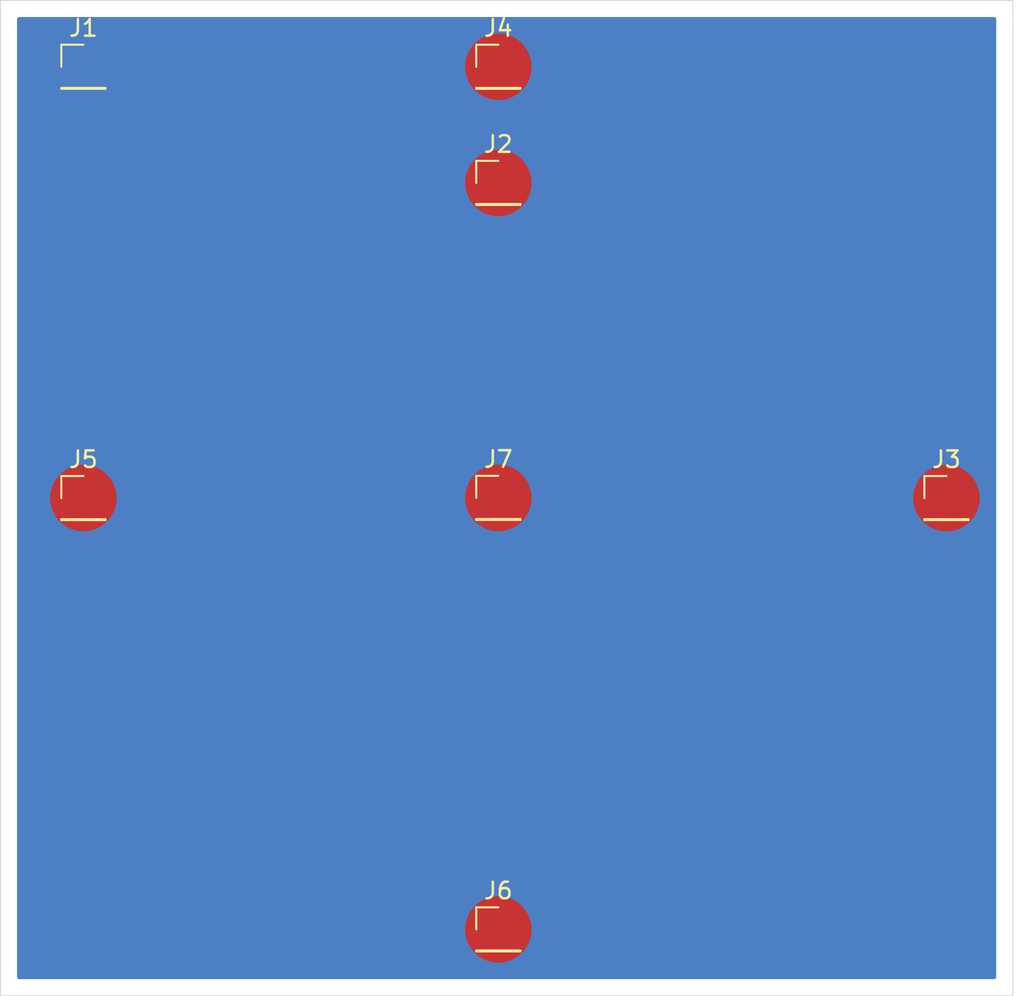
<source format=kicad_pcb>
(kicad_pcb (version 20211014) (generator pcbnew)
  (layers (0 "F.Cu" signal) (31 "B.Cu" signal) (34 "B.Paste" user) (35 "F.Paste" user) (36 "B.SilkS" user "B.Silkscreen") (37 "F.SilkS" user "F.Silkscreen") (38 "B.Mask" user) (39 "F.Mask" user) (44 "Edge.Cuts" user))
  (net 0 "")
  (net 1 "GND")
  (net 2 "E1")
  (net 3 "S1")
  (net 4 "S3")
  (net 5 "S2")
  (net 6 "S4")
  (net 7 "S0")
  (footprint "Connector_PinHeader_2.54mm:PinHeader_1x01_P2.54mm_Vertical" (layer "F.Cu") (at 127 61)
    (fp_text reference "J4" (at 0 -2.33) (layer "F.SilkS"))
    (fp_text value "Conn_01x01")
    (fp_line (start -1.33 1.33) (end 1.33 1.33) (layer "F.SilkS") (width 0.12))
    (fp_line (start -1.33 1.27) (end -1.33 1.33) (layer "F.SilkS") (width 0.12))
    (fp_line (start -1.33 0) (end -1.33 -1.33) (layer "F.SilkS") (width 0.12))
    (fp_line (start -1.33 1.27) (end 1.33 1.27) (layer "F.SilkS") (width 0.12))
    (fp_line (start 1.33 1.27) (end 1.33 1.33) (layer "F.SilkS") (width 0.12))
    (fp_line (start -1.33 -1.33) (end 0 -1.33) (layer "F.SilkS") (width 0.12))
    (pad "1" thru_hole rect (at 0 0) (size 0.001 0.001) (drill 1) (layers *.Cu *.Mask) (net 4 "S3"))
  )
  (footprint "Connector_PinHeader_2.54mm:PinHeader_1x01_P2.54mm_Vertical" (layer "F.Cu") (at 102 87)
    (fp_text reference "J5" (at 0 -2.33) (layer "F.SilkS"))
    (fp_text value "Conn_01x01")
    (fp_line (start -1.33 1.33) (end 1.33 1.33) (layer "F.SilkS") (width 0.12))
    (fp_line (start 1.33 1.27) (end 1.33 1.33) (layer "F.SilkS") (width 0.12))
    (fp_line (start -1.33 -1.33) (end 0 -1.33) (layer "F.SilkS") (width 0.12))
    (fp_line (start -1.33 1.27) (end 1.33 1.27) (layer "F.SilkS") (width 0.12))
    (fp_line (start -1.33 1.27) (end -1.33 1.33) (layer "F.SilkS") (width 0.12))
    (fp_line (start -1.33 0) (end -1.33 -1.33) (layer "F.SilkS") (width 0.12))
    (pad "1" thru_hole rect (at 0 0) (size 0.001 0.001) (drill 1) (layers *.Cu *.Mask) (net 5 "S2"))
  )
  (footprint "Connector_PinHeader_2.54mm:PinHeader_1x01_P2.54mm_Vertical" (layer "F.Cu") (at 127 68)
    (fp_text reference "J2" (at 0 -2.33) (layer "F.SilkS"))
    (fp_text value "Conn_01x01")
    (fp_line (start -1.33 1.27) (end -1.33 1.33) (layer "F.SilkS") (width 0.12))
    (fp_line (start -1.33 -1.33) (end 0 -1.33) (layer "F.SilkS") (width 0.12))
    (fp_line (start 1.33 1.27) (end 1.33 1.33) (layer "F.SilkS") (width 0.12))
    (fp_line (start -1.33 0) (end -1.33 -1.33) (layer "F.SilkS") (width 0.12))
    (fp_line (start -1.33 1.33) (end 1.33 1.33) (layer "F.SilkS") (width 0.12))
    (fp_line (start -1.33 1.27) (end 1.33 1.27) (layer "F.SilkS") (width 0.12))
    (pad "1" thru_hole rect (at 0 0) (size 0.001 0.001) (drill 1) (layers *.Cu *.Mask) (net 2 "E1"))
  )
  (footprint "Connector_PinHeader_2.54mm:PinHeader_1x01_P2.54mm_Vertical" (layer "F.Cu") (at 127 86.988394)
    (fp_text reference "J7" (at 0 -2.33) (layer "F.SilkS"))
    (fp_text value "Conn_01x01")
    (fp_line (start -1.33 1.27) (end 1.33 1.27) (layer "F.SilkS") (width 0.12))
    (fp_line (start -1.33 0) (end -1.33 -1.33) (layer "F.SilkS") (width 0.12))
    (fp_line (start -1.33 -1.33) (end 0 -1.33) (layer "F.SilkS") (width 0.12))
    (fp_line (start -1.33 1.33) (end 1.33 1.33) (layer "F.SilkS") (width 0.12))
    (fp_line (start -1.33 1.27) (end -1.33 1.33) (layer "F.SilkS") (width 0.12))
    (fp_line (start 1.33 1.27) (end 1.33 1.33) (layer "F.SilkS") (width 0.12))
    (pad "1" thru_hole rect (at 0 0) (size 0.001 0.001) (drill 1) (layers *.Cu *.Mask) (net 7 "S0"))
  )
  (footprint "Connector_PinHeader_2.54mm:PinHeader_1x01_P2.54mm_Vertical" (layer "F.Cu") (at 127 113)
    (fp_text reference "J6" (at 0 -2.33) (layer "F.SilkS"))
    (fp_text value "Conn_01x01")
    (fp_line (start -1.33 1.27) (end -1.33 1.33) (layer "F.SilkS") (width 0.12))
    (fp_line (start -1.33 0) (end -1.33 -1.33) (layer "F.SilkS") (width 0.12))
    (fp_line (start -1.33 1.27) (end 1.33 1.27) (layer "F.SilkS") (width 0.12))
    (fp_line (start 1.33 1.27) (end 1.33 1.33) (layer "F.SilkS") (width 0.12))
    (fp_line (start -1.33 -1.33) (end 0 -1.33) (layer "F.SilkS") (width 0.12))
    (fp_line (start -1.33 1.33) (end 1.33 1.33) (layer "F.SilkS") (width 0.12))
    (pad "1" thru_hole rect (at 0 0) (size 0.001 0.001) (drill 1) (layers *.Cu *.Mask) (net 6 "S4"))
  )
  (footprint "Connector_PinHeader_2.54mm:PinHeader_1x01_P2.54mm_Vertical" (layer "F.Cu") (at 102 61)
    (fp_text reference "J1" (at 0 -2.33) (layer "F.SilkS"))
    (fp_text value "Conn_01x01")
    (fp_line (start -1.33 1.27) (end 1.33 1.27) (layer "F.SilkS") (width 0.12))
    (fp_line (start -1.33 1.33) (end 1.33 1.33) (layer "F.SilkS") (width 0.12))
    (fp_line (start -1.33 0) (end -1.33 -1.33) (layer "F.SilkS") (width 0.12))
    (fp_line (start 1.33 1.27) (end 1.33 1.33) (layer "F.SilkS") (width 0.12))
    (fp_line (start -1.33 -1.33) (end 0 -1.33) (layer "F.SilkS") (width 0.12))
    (fp_line (start -1.33 1.27) (end -1.33 1.33) (layer "F.SilkS") (width 0.12))
    (pad "1" thru_hole rect (at 0 0) (size 0.001 0.001) (drill 1) (layers *.Cu *.Mask) (net 1 "GND"))
  )
  (footprint "Connector_PinHeader_2.54mm:PinHeader_1x01_P2.54mm_Vertical" (layer "F.Cu") (at 154 87)
    (fp_text reference "J3" (at 0 -2.33) (layer "F.SilkS"))
    (fp_text value "Conn_01x01")
    (fp_line (start -1.33 1.27) (end -1.33 1.33) (layer "F.SilkS") (width 0.12))
    (fp_line (start -1.33 -1.33) (end 0 -1.33) (layer "F.SilkS") (width 0.12))
    (fp_line (start -1.33 1.33) (end 1.33 1.33) (layer "F.SilkS") (width 0.12))
    (fp_line (start -1.33 0) (end -1.33 -1.33) (layer "F.SilkS") (width 0.12))
    (fp_line (start -1.33 1.27) (end 1.33 1.27) (layer "F.SilkS") (width 0.12))
    (fp_line (start 1.33 1.27) (end 1.33 1.33) (layer "F.SilkS") (width 0.12))
    (pad "1" thru_hole rect (at 0 0) (size 0.001 0.001) (drill 1) (layers *.Cu *.Mask) (net 3 "S1"))
  )
  (gr_poly (pts (arc (start 110.140757 101.970769) (mid 104.194385 86.595707) (end 109.878548 71.121788)) (arc (start 106.343883 67.587123) (mid 99.017025 86.654362) (end 106.418931 105.692594))) (layer "F.Cu") (width 0.2) (fill solid))
  (gr_circle (center 127.681382 86.988394) (end 138.287984 76.381792) (layer "F.Cu") (width 0.2) (fill solid))
  (gr_poly (pts (arc (start 145.259444 71.967482) (mid 151.205815 87.342544) (end 145.521652 102.816463)) (arc (start 149.056318 106.351129) (mid 156.383175 87.283889) (end 148.981269 68.245657))) (layer "F.Cu") (width 0.2) (fill solid))
  (gr_poly (pts (arc (start 143.255028 104.469684) (mid 127.879966 110.416055) (end 112.406047 104.731892)) (arc (start 108.871381 108.266558) (mid 127.938621 115.593415) (end 146.976853 108.191509))) (layer "F.Cu") (width 0.2) (fill solid))
  (gr_poly (pts (arc (start 111.800793 69.726844) (mid 127.175855 63.780473) (end 142.649774 69.464635)) (arc (start 146.18444 65.92997) (mid 127.1172 58.603113) (end 108.078968 66.005019))) (layer "F.Cu") (width 0.2) (fill solid))
  (gr_rect (start 97 57) (end 158 117) (layer "Edge.Cuts") (width 0.05) (fill none))
  (arc (start 141.116411 73.553365) (mid 141.116411 100.423423) (end 114.246353 100.423423) (width 5) (layer "F.Cu") (net 2))
  (arc (start 114.246353 100.423423) (mid 114.246353 73.553365) (end 141.116411 73.553365) (width 5) (layer "F.Cu") (net 2))
  (zone (net 1) (net_name "GND") (layer "B.Cu") (connect_pads yes (clearance 1)) (min_thickness 0.254) (fill yes (thermal_gap 0.508) (thermal_bridge_width 0.508))
    (polygon (pts (xy 158 117) (xy 97 117) (xy 97 57) (xy 158 57)))
  )
)
</source>
